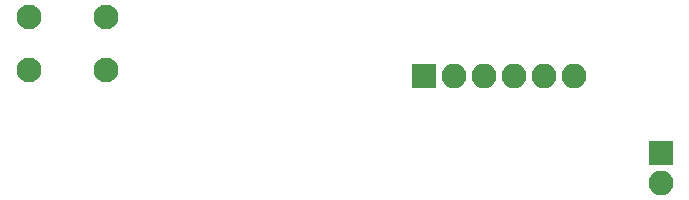
<source format=gbs>
G04 #@! TF.FileFunction,Soldermask,Bot*
%FSLAX46Y46*%
G04 Gerber Fmt 4.6, Leading zero omitted, Abs format (unit mm)*
G04 Created by KiCad (PCBNEW 4.0.7) date 02/21/18 16:56:12*
%MOMM*%
%LPD*%
G01*
G04 APERTURE LIST*
%ADD10C,0.100000*%
%ADD11R,2.100000X2.100000*%
%ADD12O,2.100000X2.100000*%
%ADD13C,2.100000*%
G04 APERTURE END LIST*
D10*
D11*
X107000000Y-38000000D03*
D12*
X109540000Y-38000000D03*
X112080000Y-38000000D03*
X114620000Y-38000000D03*
X117160000Y-38000000D03*
X119700000Y-38000000D03*
D11*
X127000000Y-44500000D03*
D12*
X127000000Y-47040000D03*
D13*
X73500000Y-33000000D03*
X80000000Y-33000000D03*
X73500000Y-37500000D03*
X80000000Y-37500000D03*
M02*

</source>
